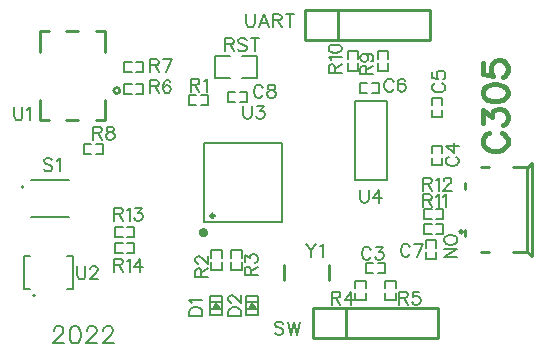
<source format=gto>
G04 Layer: TopSilkscreenLayer*
G04 EasyEDA v6.4.31, 2022-03-03 13:31:49*
G04 40e5de87a7664572b24e6dd0e93d503d,d021fe9ff0164b2b908f64b513dd86bf,10*
G04 Gerber Generator version 0.2*
G04 Scale: 100 percent, Rotated: No, Reflected: No *
G04 Dimensions in millimeters *
G04 leading zeros omitted , absolute positions ,4 integer and 5 decimal *
%FSLAX45Y45*%
%MOMM*%

%ADD10C,0.2540*%
%ADD11C,0.4000*%
%ADD34C,0.1524*%
%ADD35C,0.1290*%
%ADD36C,0.2000*%
%ADD37C,0.1500*%

%LPD*%
D11*
X4984241Y5674613D02*
G01*
X4964175Y5664454D01*
X4944109Y5644387D01*
X4934204Y5624576D01*
X4934204Y5584444D01*
X4944109Y5564378D01*
X4964175Y5544565D01*
X4984241Y5534405D01*
X5014213Y5524500D01*
X5064252Y5524500D01*
X5094224Y5534405D01*
X5114290Y5544565D01*
X5134102Y5564378D01*
X5144261Y5584444D01*
X5144261Y5624576D01*
X5134102Y5644387D01*
X5114290Y5664454D01*
X5094224Y5674613D01*
X4934204Y5760465D02*
G01*
X4934204Y5870447D01*
X5014213Y5810504D01*
X5014213Y5840476D01*
X5024120Y5860542D01*
X5034279Y5870447D01*
X5064252Y5880607D01*
X5084318Y5880607D01*
X5114290Y5870447D01*
X5134102Y5850381D01*
X5144261Y5820410D01*
X5144261Y5790437D01*
X5134102Y5760465D01*
X5124195Y5750560D01*
X5104129Y5740400D01*
X4934204Y6006592D02*
G01*
X4944109Y5976620D01*
X4974081Y5956554D01*
X5024120Y5946394D01*
X5054091Y5946394D01*
X5104129Y5956554D01*
X5134102Y5976620D01*
X5144261Y6006592D01*
X5144261Y6026404D01*
X5134102Y6056376D01*
X5104129Y6076442D01*
X5054091Y6086602D01*
X5024120Y6086602D01*
X4974081Y6076442D01*
X4944109Y6056376D01*
X4934204Y6026404D01*
X4934204Y6006592D01*
X4934204Y6272529D02*
G01*
X4934204Y6172454D01*
X5024120Y6162547D01*
X5014213Y6172454D01*
X5004308Y6202426D01*
X5004308Y6232397D01*
X5014213Y6262623D01*
X5034279Y6282436D01*
X5064252Y6292595D01*
X5084318Y6292595D01*
X5114290Y6282436D01*
X5134102Y6262623D01*
X5144261Y6232397D01*
X5144261Y6202426D01*
X5134102Y6172454D01*
X5124195Y6162547D01*
X5104129Y6152387D01*
D36*
X1302257Y4003547D02*
G01*
X1302257Y4010405D01*
X1309115Y4023868D01*
X1315973Y4030726D01*
X1329436Y4037584D01*
X1356868Y4037584D01*
X1370329Y4030726D01*
X1377187Y4023868D01*
X1384045Y4010405D01*
X1384045Y3996689D01*
X1377187Y3982973D01*
X1363471Y3962654D01*
X1295400Y3894328D01*
X1390904Y3894328D01*
X1476755Y4037584D02*
G01*
X1456436Y4030726D01*
X1442720Y4010405D01*
X1435862Y3976115D01*
X1435862Y3955795D01*
X1442720Y3921760D01*
X1456436Y3901186D01*
X1476755Y3894328D01*
X1490471Y3894328D01*
X1510792Y3901186D01*
X1524507Y3921760D01*
X1531365Y3955795D01*
X1531365Y3976115D01*
X1524507Y4010405D01*
X1510792Y4030726D01*
X1490471Y4037584D01*
X1476755Y4037584D01*
X1583181Y4003547D02*
G01*
X1583181Y4010405D01*
X1590039Y4023868D01*
X1596644Y4030726D01*
X1610360Y4037584D01*
X1637792Y4037584D01*
X1651254Y4030726D01*
X1658112Y4023868D01*
X1664970Y4010405D01*
X1664970Y3996689D01*
X1658112Y3982973D01*
X1644395Y3962654D01*
X1576323Y3894328D01*
X1671828Y3894328D01*
X1723644Y4003547D02*
G01*
X1723644Y4010405D01*
X1730502Y4023868D01*
X1737105Y4030726D01*
X1750821Y4037584D01*
X1778254Y4037584D01*
X1791715Y4030726D01*
X1798573Y4023868D01*
X1805431Y4010405D01*
X1805431Y3996689D01*
X1798573Y3982973D01*
X1784857Y3962654D01*
X1716786Y3894328D01*
X1812289Y3894328D01*
D34*
X3989577Y4686807D02*
G01*
X3984243Y4697221D01*
X3973829Y4707636D01*
X3963670Y4712715D01*
X3942841Y4712715D01*
X3932427Y4707636D01*
X3922013Y4697221D01*
X3916679Y4686807D01*
X3911600Y4671060D01*
X3911600Y4645152D01*
X3916679Y4629657D01*
X3922013Y4619244D01*
X3932427Y4608829D01*
X3942841Y4603750D01*
X3963670Y4603750D01*
X3973829Y4608829D01*
X3984243Y4619244D01*
X3989577Y4629657D01*
X4034281Y4712715D02*
G01*
X4091431Y4712715D01*
X4060190Y4671060D01*
X4075684Y4671060D01*
X4086097Y4665979D01*
X4091431Y4660900D01*
X4096511Y4645152D01*
X4096511Y4634737D01*
X4091431Y4619244D01*
X4081018Y4608829D01*
X4065270Y4603750D01*
X4049775Y4603750D01*
X4034281Y4608829D01*
X4028947Y4613910D01*
X4023868Y4624323D01*
X4647691Y5475478D02*
G01*
X4637277Y5470144D01*
X4626863Y5459729D01*
X4621784Y5449570D01*
X4621784Y5428742D01*
X4626863Y5418328D01*
X4637277Y5407913D01*
X4647691Y5402579D01*
X4663440Y5397500D01*
X4689347Y5397500D01*
X4704841Y5402579D01*
X4715256Y5407913D01*
X4725670Y5418328D01*
X4730750Y5428742D01*
X4730750Y5449570D01*
X4725670Y5459729D01*
X4715256Y5470144D01*
X4704841Y5475478D01*
X4621784Y5561584D02*
G01*
X4694427Y5509768D01*
X4694427Y5587745D01*
X4621784Y5561584D02*
G01*
X4730750Y5561584D01*
X4533391Y6097778D02*
G01*
X4522977Y6092444D01*
X4512563Y6082029D01*
X4507484Y6071870D01*
X4507484Y6051042D01*
X4512563Y6040628D01*
X4522977Y6030213D01*
X4533391Y6024879D01*
X4549140Y6019800D01*
X4575047Y6019800D01*
X4590541Y6024879D01*
X4600956Y6030213D01*
X4611370Y6040628D01*
X4616450Y6051042D01*
X4616450Y6071870D01*
X4611370Y6082029D01*
X4600956Y6092444D01*
X4590541Y6097778D01*
X4507484Y6194297D02*
G01*
X4507484Y6142481D01*
X4554220Y6137147D01*
X4549140Y6142481D01*
X4543806Y6157976D01*
X4543806Y6173470D01*
X4549140Y6189218D01*
X4559300Y6199631D01*
X4575047Y6204712D01*
X4585461Y6204712D01*
X4600956Y6199631D01*
X4611370Y6189218D01*
X4616450Y6173470D01*
X4616450Y6157976D01*
X4611370Y6142481D01*
X4606290Y6137147D01*
X4595875Y6132068D01*
X4180077Y6109207D02*
G01*
X4174743Y6119621D01*
X4164329Y6130036D01*
X4154170Y6135115D01*
X4133341Y6135115D01*
X4122927Y6130036D01*
X4112513Y6119621D01*
X4107179Y6109207D01*
X4102100Y6093460D01*
X4102100Y6067552D01*
X4107179Y6052057D01*
X4112513Y6041644D01*
X4122927Y6031229D01*
X4133341Y6026150D01*
X4154170Y6026150D01*
X4164329Y6031229D01*
X4174743Y6041644D01*
X4180077Y6052057D01*
X4276597Y6119621D02*
G01*
X4271518Y6130036D01*
X4255770Y6135115D01*
X4245609Y6135115D01*
X4229861Y6130036D01*
X4219447Y6114287D01*
X4214368Y6088379D01*
X4214368Y6062471D01*
X4219447Y6041644D01*
X4229861Y6031229D01*
X4245609Y6026150D01*
X4250690Y6026150D01*
X4266184Y6031229D01*
X4276597Y6041644D01*
X4281931Y6057137D01*
X4281931Y6062471D01*
X4276597Y6077965D01*
X4266184Y6088379D01*
X4250690Y6093460D01*
X4245609Y6093460D01*
X4229861Y6088379D01*
X4219447Y6077965D01*
X4214368Y6062471D01*
X4319777Y4712207D02*
G01*
X4314443Y4722621D01*
X4304029Y4733036D01*
X4293870Y4738115D01*
X4273041Y4738115D01*
X4262627Y4733036D01*
X4252213Y4722621D01*
X4246879Y4712207D01*
X4241800Y4696460D01*
X4241800Y4670552D01*
X4246879Y4655057D01*
X4252213Y4644644D01*
X4262627Y4634229D01*
X4273041Y4629150D01*
X4293870Y4629150D01*
X4304029Y4634229D01*
X4314443Y4644644D01*
X4319777Y4655057D01*
X4426711Y4738115D02*
G01*
X4374895Y4629150D01*
X4354068Y4738115D02*
G01*
X4426711Y4738115D01*
X3075177Y6058407D02*
G01*
X3069843Y6068821D01*
X3059429Y6079236D01*
X3049270Y6084315D01*
X3028441Y6084315D01*
X3018027Y6079236D01*
X3007613Y6068821D01*
X3002279Y6058407D01*
X2997200Y6042660D01*
X2997200Y6016752D01*
X3002279Y6001257D01*
X3007613Y5990844D01*
X3018027Y5980429D01*
X3028441Y5975350D01*
X3049270Y5975350D01*
X3059429Y5980429D01*
X3069843Y5990844D01*
X3075177Y6001257D01*
X3135375Y6084315D02*
G01*
X3119881Y6079236D01*
X3114547Y6068821D01*
X3114547Y6058407D01*
X3119881Y6047994D01*
X3130295Y6042660D01*
X3150870Y6037579D01*
X3166618Y6032500D01*
X3177031Y6022086D01*
X3182111Y6011671D01*
X3182111Y5995923D01*
X3177031Y5985510D01*
X3171697Y5980429D01*
X3156204Y5975350D01*
X3135375Y5975350D01*
X3119881Y5980429D01*
X3114547Y5985510D01*
X3109468Y5995923D01*
X3109468Y6011671D01*
X3114547Y6022086D01*
X3124961Y6032500D01*
X3140709Y6037579D01*
X3161284Y6042660D01*
X3171697Y6047994D01*
X3177031Y6058407D01*
X3177031Y6068821D01*
X3171697Y6079236D01*
X3156204Y6084315D01*
X3135375Y6084315D01*
X2463800Y6135115D02*
G01*
X2463800Y6026150D01*
X2463800Y6135115D02*
G01*
X2510536Y6135115D01*
X2526029Y6130036D01*
X2531363Y6124702D01*
X2536443Y6114287D01*
X2536443Y6103873D01*
X2531363Y6093460D01*
X2526029Y6088379D01*
X2510536Y6083300D01*
X2463800Y6083300D01*
X2500122Y6083300D02*
G01*
X2536443Y6026150D01*
X2570734Y6114287D02*
G01*
X2581147Y6119621D01*
X2596895Y6135115D01*
X2596895Y6026150D01*
X2500878Y4457710D02*
G01*
X2609844Y4457710D01*
X2500878Y4457710D02*
G01*
X2500878Y4504446D01*
X2505958Y4519940D01*
X2511292Y4525274D01*
X2521706Y4530354D01*
X2532120Y4530354D01*
X2542534Y4525274D01*
X2547614Y4519940D01*
X2552694Y4504446D01*
X2552694Y4457710D01*
X2552694Y4494032D02*
G01*
X2609844Y4530354D01*
X2526786Y4569978D02*
G01*
X2521706Y4569978D01*
X2511292Y4575058D01*
X2505958Y4580392D01*
X2500878Y4590806D01*
X2500878Y4611380D01*
X2505958Y4621794D01*
X2511292Y4627128D01*
X2521706Y4632208D01*
X2532120Y4632208D01*
X2542534Y4627128D01*
X2558028Y4616714D01*
X2609844Y4564644D01*
X2609844Y4637542D01*
X2919976Y4470410D02*
G01*
X3028942Y4470410D01*
X2919976Y4470410D02*
G01*
X2919976Y4517146D01*
X2925056Y4532640D01*
X2930390Y4537974D01*
X2940804Y4543054D01*
X2951218Y4543054D01*
X2961632Y4537974D01*
X2966712Y4532640D01*
X2971792Y4517146D01*
X2971792Y4470410D01*
X2971792Y4506732D02*
G01*
X3028942Y4543054D01*
X2919976Y4587758D02*
G01*
X2919976Y4644908D01*
X2961632Y4613920D01*
X2961632Y4629414D01*
X2966712Y4639828D01*
X2971792Y4644908D01*
X2987540Y4650242D01*
X2997954Y4650242D01*
X3013448Y4644908D01*
X3023862Y4634494D01*
X3028942Y4619000D01*
X3028942Y4603506D01*
X3023862Y4587758D01*
X3018782Y4582678D01*
X3008368Y4577344D01*
X3657600Y4331715D02*
G01*
X3657600Y4222750D01*
X3657600Y4331715D02*
G01*
X3704336Y4331715D01*
X3719829Y4326636D01*
X3725163Y4321302D01*
X3730243Y4310887D01*
X3730243Y4300473D01*
X3725163Y4290060D01*
X3719829Y4284979D01*
X3704336Y4279900D01*
X3657600Y4279900D01*
X3693922Y4279900D02*
G01*
X3730243Y4222750D01*
X3816604Y4331715D02*
G01*
X3764534Y4259071D01*
X3842511Y4259071D01*
X3816604Y4331715D02*
G01*
X3816604Y4222750D01*
X4229100Y4331715D02*
G01*
X4229100Y4222750D01*
X4229100Y4331715D02*
G01*
X4275836Y4331715D01*
X4291329Y4326636D01*
X4296663Y4321302D01*
X4301743Y4310887D01*
X4301743Y4300473D01*
X4296663Y4290060D01*
X4291329Y4284979D01*
X4275836Y4279900D01*
X4229100Y4279900D01*
X4265422Y4279900D02*
G01*
X4301743Y4222750D01*
X4398518Y4331715D02*
G01*
X4346447Y4331715D01*
X4341368Y4284979D01*
X4346447Y4290060D01*
X4362195Y4295394D01*
X4377690Y4295394D01*
X4393184Y4290060D01*
X4403597Y4279900D01*
X4408931Y4264152D01*
X4408931Y4253737D01*
X4403597Y4238244D01*
X4393184Y4227829D01*
X4377690Y4222750D01*
X4362195Y4222750D01*
X4346447Y4227829D01*
X4341368Y4232910D01*
X4336034Y4243323D01*
X2120900Y6122415D02*
G01*
X2120900Y6013450D01*
X2120900Y6122415D02*
G01*
X2167636Y6122415D01*
X2183129Y6117336D01*
X2188463Y6112002D01*
X2193543Y6101587D01*
X2193543Y6091173D01*
X2188463Y6080760D01*
X2183129Y6075679D01*
X2167636Y6070600D01*
X2120900Y6070600D01*
X2157222Y6070600D02*
G01*
X2193543Y6013450D01*
X2290318Y6106921D02*
G01*
X2284984Y6117336D01*
X2269490Y6122415D01*
X2259075Y6122415D01*
X2243581Y6117336D01*
X2233168Y6101587D01*
X2227834Y6075679D01*
X2227834Y6049771D01*
X2233168Y6028944D01*
X2243581Y6018529D01*
X2259075Y6013450D01*
X2264409Y6013450D01*
X2279904Y6018529D01*
X2290318Y6028944D01*
X2295397Y6044437D01*
X2295397Y6049771D01*
X2290318Y6065265D01*
X2279904Y6075679D01*
X2264409Y6080760D01*
X2259075Y6080760D01*
X2243581Y6075679D01*
X2233168Y6065265D01*
X2227834Y6049771D01*
X2120900Y6300215D02*
G01*
X2120900Y6191250D01*
X2120900Y6300215D02*
G01*
X2167636Y6300215D01*
X2183129Y6295136D01*
X2188463Y6289802D01*
X2193543Y6279387D01*
X2193543Y6268973D01*
X2188463Y6258560D01*
X2183129Y6253479D01*
X2167636Y6248400D01*
X2120900Y6248400D01*
X2157222Y6248400D02*
G01*
X2193543Y6191250D01*
X2300731Y6300215D02*
G01*
X2248661Y6191250D01*
X2227834Y6300215D02*
G01*
X2300731Y6300215D01*
X1637537Y5728715D02*
G01*
X1637537Y5619750D01*
X1637537Y5728715D02*
G01*
X1684273Y5728715D01*
X1699768Y5723636D01*
X1705102Y5718302D01*
X1710181Y5707887D01*
X1710181Y5697473D01*
X1705102Y5687060D01*
X1699768Y5681979D01*
X1684273Y5676900D01*
X1637537Y5676900D01*
X1673860Y5676900D02*
G01*
X1710181Y5619750D01*
X1770634Y5728715D02*
G01*
X1754886Y5723636D01*
X1749805Y5713221D01*
X1749805Y5702807D01*
X1754886Y5692394D01*
X1765300Y5687060D01*
X1786128Y5681979D01*
X1801621Y5676900D01*
X1812036Y5666486D01*
X1817370Y5656071D01*
X1817370Y5640323D01*
X1812036Y5629910D01*
X1806955Y5624829D01*
X1791207Y5619750D01*
X1770634Y5619750D01*
X1754886Y5624829D01*
X1749805Y5629910D01*
X1744471Y5640323D01*
X1744471Y5656071D01*
X1749805Y5666486D01*
X1760220Y5676900D01*
X1775713Y5681979D01*
X1796542Y5687060D01*
X1806955Y5692394D01*
X1812036Y5702807D01*
X1812036Y5713221D01*
X1806955Y5723636D01*
X1791207Y5728715D01*
X1770634Y5728715D01*
X3897884Y6172200D02*
G01*
X4006850Y6172200D01*
X3897884Y6172200D02*
G01*
X3897884Y6218936D01*
X3902963Y6234429D01*
X3908297Y6239763D01*
X3918711Y6244844D01*
X3929125Y6244844D01*
X3939540Y6239763D01*
X3944620Y6234429D01*
X3949700Y6218936D01*
X3949700Y6172200D01*
X3949700Y6208521D02*
G01*
X4006850Y6244844D01*
X3934206Y6346697D02*
G01*
X3949700Y6341618D01*
X3960113Y6331204D01*
X3965447Y6315710D01*
X3965447Y6310376D01*
X3960113Y6294881D01*
X3949700Y6284468D01*
X3934206Y6279134D01*
X3929125Y6279134D01*
X3913377Y6284468D01*
X3902963Y6294881D01*
X3897884Y6310376D01*
X3897884Y6315710D01*
X3902963Y6331204D01*
X3913377Y6341618D01*
X3934206Y6346697D01*
X3960113Y6346697D01*
X3986275Y6341618D01*
X4001770Y6331204D01*
X4006850Y6315710D01*
X4006850Y6305295D01*
X4001770Y6289547D01*
X3991356Y6284468D01*
X3631184Y6184900D02*
G01*
X3740150Y6184900D01*
X3631184Y6184900D02*
G01*
X3631184Y6231636D01*
X3636263Y6247129D01*
X3641597Y6252463D01*
X3652011Y6257544D01*
X3662425Y6257544D01*
X3672840Y6252463D01*
X3677920Y6247129D01*
X3683000Y6231636D01*
X3683000Y6184900D01*
X3683000Y6221221D02*
G01*
X3740150Y6257544D01*
X3652011Y6291834D02*
G01*
X3646677Y6302247D01*
X3631184Y6317995D01*
X3740150Y6317995D01*
X3631184Y6383273D02*
G01*
X3636263Y6367779D01*
X3652011Y6357365D01*
X3677920Y6352286D01*
X3693413Y6352286D01*
X3719575Y6357365D01*
X3735070Y6367779D01*
X3740150Y6383273D01*
X3740150Y6393687D01*
X3735070Y6409436D01*
X3719575Y6419850D01*
X3693413Y6424929D01*
X3677920Y6424929D01*
X3652011Y6419850D01*
X3636263Y6409436D01*
X3631184Y6393687D01*
X3631184Y6383273D01*
X4432300Y5157215D02*
G01*
X4432300Y5048250D01*
X4432300Y5157215D02*
G01*
X4479036Y5157215D01*
X4494529Y5152136D01*
X4499863Y5146802D01*
X4504943Y5136387D01*
X4504943Y5125973D01*
X4499863Y5115560D01*
X4494529Y5110479D01*
X4479036Y5105400D01*
X4432300Y5105400D01*
X4468622Y5105400D02*
G01*
X4504943Y5048250D01*
X4539234Y5136387D02*
G01*
X4549647Y5141721D01*
X4565395Y5157215D01*
X4565395Y5048250D01*
X4599686Y5136387D02*
G01*
X4610100Y5141721D01*
X4625593Y5157215D01*
X4625593Y5048250D01*
X4432300Y5296915D02*
G01*
X4432300Y5187950D01*
X4432300Y5296915D02*
G01*
X4479036Y5296915D01*
X4494529Y5291836D01*
X4499863Y5286502D01*
X4504943Y5276087D01*
X4504943Y5265673D01*
X4499863Y5255260D01*
X4494529Y5250179D01*
X4479036Y5245100D01*
X4432300Y5245100D01*
X4468622Y5245100D02*
G01*
X4504943Y5187950D01*
X4539234Y5276087D02*
G01*
X4549647Y5281421D01*
X4565395Y5296915D01*
X4565395Y5187950D01*
X4604765Y5271007D02*
G01*
X4604765Y5276087D01*
X4610100Y5286502D01*
X4615179Y5291836D01*
X4625593Y5296915D01*
X4646422Y5296915D01*
X4656836Y5291836D01*
X4661915Y5286502D01*
X4667250Y5276087D01*
X4667250Y5265673D01*
X4661915Y5255260D01*
X4651502Y5239765D01*
X4599686Y5187950D01*
X4672329Y5187950D01*
X1816100Y5042915D02*
G01*
X1816100Y4933950D01*
X1816100Y5042915D02*
G01*
X1862836Y5042915D01*
X1878329Y5037836D01*
X1883663Y5032502D01*
X1888744Y5022087D01*
X1888744Y5011673D01*
X1883663Y5001260D01*
X1878329Y4996179D01*
X1862836Y4991100D01*
X1816100Y4991100D01*
X1852421Y4991100D02*
G01*
X1888744Y4933950D01*
X1923034Y5022087D02*
G01*
X1933447Y5027421D01*
X1949195Y5042915D01*
X1949195Y4933950D01*
X1993900Y5042915D02*
G01*
X2051050Y5042915D01*
X2019808Y5001260D01*
X2035302Y5001260D01*
X2045715Y4996179D01*
X2051050Y4991100D01*
X2056129Y4975352D01*
X2056129Y4964937D01*
X2051050Y4949444D01*
X2040636Y4939029D01*
X2024888Y4933950D01*
X2009393Y4933950D01*
X1993900Y4939029D01*
X1988565Y4944110D01*
X1983486Y4954523D01*
X1816100Y4611115D02*
G01*
X1816100Y4502150D01*
X1816100Y4611115D02*
G01*
X1862836Y4611115D01*
X1878329Y4606036D01*
X1883663Y4600702D01*
X1888744Y4590287D01*
X1888744Y4579873D01*
X1883663Y4569460D01*
X1878329Y4564379D01*
X1862836Y4559300D01*
X1816100Y4559300D01*
X1852421Y4559300D02*
G01*
X1888744Y4502150D01*
X1923034Y4590287D02*
G01*
X1933447Y4595621D01*
X1949195Y4611115D01*
X1949195Y4502150D01*
X2035302Y4611115D02*
G01*
X1983486Y4538471D01*
X2061209Y4538471D01*
X2035302Y4611115D02*
G01*
X2035302Y4502150D01*
X2450084Y4127449D02*
G01*
X2559050Y4127449D01*
X2450084Y4127449D02*
G01*
X2450084Y4163771D01*
X2455163Y4179519D01*
X2465577Y4189933D01*
X2475991Y4195013D01*
X2491740Y4200347D01*
X2517647Y4200347D01*
X2533141Y4195013D01*
X2543556Y4189933D01*
X2553970Y4179519D01*
X2559050Y4163771D01*
X2559050Y4127449D01*
X2470911Y4234637D02*
G01*
X2465577Y4244797D01*
X2450084Y4260545D01*
X2559050Y4260545D01*
X2780284Y4127500D02*
G01*
X2889250Y4127500D01*
X2780284Y4127500D02*
G01*
X2780284Y4163821D01*
X2785363Y4179570D01*
X2795777Y4189729D01*
X2806191Y4195063D01*
X2821940Y4200144D01*
X2847847Y4200144D01*
X2863341Y4195063D01*
X2873756Y4189729D01*
X2884170Y4179570D01*
X2889250Y4163821D01*
X2889250Y4127500D01*
X2806191Y4239768D02*
G01*
X2801111Y4239768D01*
X2790697Y4244847D01*
X2785363Y4250181D01*
X2780284Y4260595D01*
X2780284Y4281170D01*
X2785363Y4291584D01*
X2790697Y4296918D01*
X2801111Y4301997D01*
X2811525Y4301997D01*
X2821940Y4296918D01*
X2837434Y4286504D01*
X2889250Y4234434D01*
X2889250Y4307331D01*
X4609084Y4622800D02*
G01*
X4718050Y4622800D01*
X4609084Y4622800D02*
G01*
X4718050Y4695444D01*
X4609084Y4695444D02*
G01*
X4718050Y4695444D01*
X4609084Y4760976D02*
G01*
X4614163Y4750562D01*
X4624577Y4740147D01*
X4634991Y4735068D01*
X4650740Y4729734D01*
X4676647Y4729734D01*
X4692141Y4735068D01*
X4702556Y4740147D01*
X4712970Y4750562D01*
X4718050Y4760976D01*
X4718050Y4781804D01*
X4712970Y4792218D01*
X4702556Y4802631D01*
X4692141Y4807712D01*
X4676647Y4813045D01*
X4650740Y4813045D01*
X4634991Y4807712D01*
X4624577Y4802631D01*
X4614163Y4792218D01*
X4609084Y4781804D01*
X4609084Y4760976D01*
X1291831Y5446521D02*
G01*
X1281417Y5456936D01*
X1265923Y5462015D01*
X1245095Y5462015D01*
X1229601Y5456936D01*
X1219187Y5446521D01*
X1219187Y5436107D01*
X1224267Y5425694D01*
X1229601Y5420360D01*
X1240015Y5415279D01*
X1271257Y5404865D01*
X1281417Y5399786D01*
X1286751Y5394452D01*
X1291831Y5384037D01*
X1291831Y5368544D01*
X1281417Y5358129D01*
X1265923Y5353050D01*
X1245095Y5353050D01*
X1229601Y5358129D01*
X1219187Y5368544D01*
X1326121Y5441187D02*
G01*
X1336535Y5446521D01*
X1352283Y5462015D01*
X1352283Y5353050D01*
X965200Y5893815D02*
G01*
X965200Y5815837D01*
X970279Y5800344D01*
X980694Y5789929D01*
X996442Y5784850D01*
X1006855Y5784850D01*
X1022350Y5789929D01*
X1032763Y5800344D01*
X1037844Y5815837D01*
X1037844Y5893815D01*
X1072134Y5872987D02*
G01*
X1082547Y5878321D01*
X1098295Y5893815D01*
X1098295Y5784850D01*
X1498597Y4547618D02*
G01*
X1498597Y4469640D01*
X1503677Y4454146D01*
X1514091Y4443732D01*
X1529839Y4438652D01*
X1540253Y4438652D01*
X1555747Y4443732D01*
X1566161Y4454146D01*
X1571241Y4469640D01*
X1571241Y4547618D01*
X1610865Y4521710D02*
G01*
X1610865Y4526790D01*
X1615945Y4537204D01*
X1621279Y4542538D01*
X1631693Y4547618D01*
X1652267Y4547618D01*
X1662681Y4542538D01*
X1668015Y4537204D01*
X1673095Y4526790D01*
X1673095Y4516376D01*
X1668015Y4505962D01*
X1657601Y4490468D01*
X1605531Y4438652D01*
X1678429Y4438652D01*
X2908300Y5905245D02*
G01*
X2908300Y5827268D01*
X2913379Y5811773D01*
X2923793Y5801360D01*
X2939541Y5796279D01*
X2949956Y5796279D01*
X2965450Y5801360D01*
X2975863Y5811773D01*
X2980943Y5827268D01*
X2980943Y5905245D01*
X3025647Y5905245D02*
G01*
X3082797Y5905245D01*
X3051809Y5863589D01*
X3067304Y5863589D01*
X3077718Y5858510D01*
X3082797Y5853429D01*
X3088131Y5837681D01*
X3088131Y5827268D01*
X3082797Y5811773D01*
X3072384Y5801360D01*
X3056890Y5796279D01*
X3041395Y5796279D01*
X3025647Y5801360D01*
X3020568Y5806439D01*
X3015234Y5816854D01*
X3898900Y5195315D02*
G01*
X3898900Y5117337D01*
X3903979Y5101844D01*
X3914393Y5091429D01*
X3930141Y5086350D01*
X3940556Y5086350D01*
X3956050Y5091429D01*
X3966463Y5101844D01*
X3971543Y5117337D01*
X3971543Y5195315D01*
X4057904Y5195315D02*
G01*
X4005834Y5122671D01*
X4083811Y5122671D01*
X4057904Y5195315D02*
G01*
X4057904Y5086350D01*
X2755900Y6478015D02*
G01*
X2755900Y6369050D01*
X2755900Y6478015D02*
G01*
X2802636Y6478015D01*
X2818129Y6472936D01*
X2823463Y6467602D01*
X2828543Y6457187D01*
X2828543Y6446773D01*
X2823463Y6436360D01*
X2818129Y6431279D01*
X2802636Y6426200D01*
X2755900Y6426200D01*
X2792222Y6426200D02*
G01*
X2828543Y6369050D01*
X2935731Y6462521D02*
G01*
X2925318Y6472936D01*
X2909570Y6478015D01*
X2888995Y6478015D01*
X2873247Y6472936D01*
X2862834Y6462521D01*
X2862834Y6452107D01*
X2868168Y6441694D01*
X2873247Y6436360D01*
X2883661Y6431279D01*
X2914904Y6420865D01*
X2925318Y6415786D01*
X2930397Y6410452D01*
X2935731Y6400037D01*
X2935731Y6384544D01*
X2925318Y6374129D01*
X2909570Y6369050D01*
X2888995Y6369050D01*
X2873247Y6374129D01*
X2862834Y6384544D01*
X3006343Y6478015D02*
G01*
X3006343Y6369050D01*
X2970022Y6478015D02*
G01*
X3042665Y6478015D01*
X3441700Y4738115D02*
G01*
X3483356Y4686300D01*
X3483356Y4629150D01*
X3524758Y4738115D02*
G01*
X3483356Y4686300D01*
X3559047Y4717287D02*
G01*
X3569461Y4722621D01*
X3585209Y4738115D01*
X3585209Y4629150D01*
X3247643Y4062221D02*
G01*
X3237229Y4072636D01*
X3221736Y4077715D01*
X3200908Y4077715D01*
X3185413Y4072636D01*
X3175000Y4062221D01*
X3175000Y4051807D01*
X3180079Y4041394D01*
X3185413Y4036060D01*
X3195827Y4030979D01*
X3227070Y4020565D01*
X3237229Y4015486D01*
X3242563Y4010152D01*
X3247643Y3999737D01*
X3247643Y3984244D01*
X3237229Y3973829D01*
X3221736Y3968750D01*
X3200908Y3968750D01*
X3185413Y3973829D01*
X3175000Y3984244D01*
X3281934Y4077715D02*
G01*
X3308095Y3968750D01*
X3334004Y4077715D02*
G01*
X3308095Y3968750D01*
X3334004Y4077715D02*
G01*
X3359911Y3968750D01*
X3385820Y4077715D02*
G01*
X3359911Y3968750D01*
X2933700Y6681215D02*
G01*
X2933700Y6603237D01*
X2938779Y6587744D01*
X2949193Y6577329D01*
X2964941Y6572250D01*
X2975356Y6572250D01*
X2990850Y6577329D01*
X3001263Y6587744D01*
X3006343Y6603237D01*
X3006343Y6681215D01*
X3082290Y6681215D02*
G01*
X3040634Y6572250D01*
X3082290Y6681215D02*
G01*
X3123945Y6572250D01*
X3056381Y6608571D02*
G01*
X3108197Y6608571D01*
X3158236Y6681215D02*
G01*
X3158236Y6572250D01*
X3158236Y6681215D02*
G01*
X3204972Y6681215D01*
X3220465Y6676136D01*
X3225800Y6670802D01*
X3230879Y6660387D01*
X3230879Y6649973D01*
X3225800Y6639560D01*
X3220465Y6634479D01*
X3204972Y6629400D01*
X3158236Y6629400D01*
X3194558Y6629400D02*
G01*
X3230879Y6572250D01*
X3301491Y6681215D02*
G01*
X3301491Y6572250D01*
X3265170Y6681215D02*
G01*
X3337813Y6681215D01*
X4044441Y4490720D02*
G01*
X4107941Y4490720D01*
X4107941Y4577079D01*
X4054602Y4577079D01*
X4044441Y4577079D01*
X4006341Y4577079D02*
G01*
X3945381Y4577079D01*
X3945381Y4490720D01*
X3998722Y4490720D01*
X4006341Y4490720D01*
X4503420Y5467857D02*
G01*
X4503420Y5404357D01*
X4589779Y5404357D01*
X4589779Y5457697D01*
X4589779Y5467857D01*
X4589779Y5505957D02*
G01*
X4589779Y5566918D01*
X4503420Y5566918D01*
X4503420Y5513578D01*
X4503420Y5505957D01*
X4589779Y5911342D02*
G01*
X4589779Y5974842D01*
X4503420Y5974842D01*
X4503420Y5921502D01*
X4503420Y5911342D01*
X4503420Y5873242D02*
G01*
X4503420Y5812281D01*
X4589779Y5812281D01*
X4589779Y5865621D01*
X4589779Y5873242D01*
X3993641Y6014720D02*
G01*
X4057141Y6014720D01*
X4057141Y6101079D01*
X4003802Y6101079D01*
X3993641Y6101079D01*
X3955541Y6101079D02*
G01*
X3894581Y6101079D01*
X3894581Y6014720D01*
X3947922Y6014720D01*
X3955541Y6014720D01*
X4538979Y4704842D02*
G01*
X4538979Y4768342D01*
X4452620Y4768342D01*
X4452620Y4715002D01*
X4452620Y4704842D01*
X4452620Y4666742D02*
G01*
X4452620Y4605781D01*
X4538979Y4605781D01*
X4538979Y4659121D01*
X4538979Y4666742D01*
X2838958Y6024879D02*
G01*
X2775458Y6024879D01*
X2775458Y5938520D01*
X2828797Y5938520D01*
X2838958Y5938520D01*
X2877058Y5938520D02*
G01*
X2938018Y5938520D01*
X2938018Y6024879D01*
X2884677Y6024879D01*
X2877058Y6024879D01*
X2508758Y5999479D02*
G01*
X2445258Y5999479D01*
X2445258Y5913120D01*
X2498597Y5913120D01*
X2508758Y5913120D01*
X2546858Y5913120D02*
G01*
X2607818Y5913120D01*
X2607818Y5999479D01*
X2554477Y5999479D01*
X2546858Y5999479D01*
X2723179Y4618542D02*
G01*
X2723179Y4682042D01*
X2636819Y4682042D01*
X2636819Y4628702D01*
X2636819Y4618542D01*
X2636819Y4580442D02*
G01*
X2636819Y4519482D01*
X2723179Y4519482D01*
X2723179Y4572822D01*
X2723179Y4580442D01*
X2893179Y4618542D02*
G01*
X2893179Y4682042D01*
X2806819Y4682042D01*
X2806819Y4628702D01*
X2806819Y4618542D01*
X2806819Y4580442D02*
G01*
X2806819Y4519482D01*
X2893179Y4519482D01*
X2893179Y4572822D01*
X2893179Y4580442D01*
X3855720Y4324857D02*
G01*
X3855720Y4261357D01*
X3942079Y4261357D01*
X3942079Y4314697D01*
X3942079Y4324857D01*
X3942079Y4362957D02*
G01*
X3942079Y4423918D01*
X3855720Y4423918D01*
X3855720Y4370578D01*
X3855720Y4362957D01*
X4109720Y4324857D02*
G01*
X4109720Y4261357D01*
X4196079Y4261357D01*
X4196079Y4314697D01*
X4196079Y4324857D01*
X4196079Y4362957D02*
G01*
X4196079Y4423918D01*
X4109720Y4423918D01*
X4109720Y4370578D01*
X4109720Y4362957D01*
X1962658Y6088379D02*
G01*
X1899157Y6088379D01*
X1899157Y6002020D01*
X1952497Y6002020D01*
X1962658Y6002020D01*
X2000758Y6002020D02*
G01*
X2061718Y6002020D01*
X2061718Y6088379D01*
X2008377Y6088379D01*
X2000758Y6088379D01*
X1962658Y6278879D02*
G01*
X1899157Y6278879D01*
X1899157Y6192520D01*
X1952497Y6192520D01*
X1962658Y6192520D01*
X2000758Y6192520D02*
G01*
X2061718Y6192520D01*
X2061718Y6278879D01*
X2008377Y6278879D01*
X2000758Y6278879D01*
X1619757Y5580379D02*
G01*
X1556257Y5580379D01*
X1556257Y5494020D01*
X1609597Y5494020D01*
X1619757Y5494020D01*
X1657857Y5494020D02*
G01*
X1718818Y5494020D01*
X1718818Y5580379D01*
X1665478Y5580379D01*
X1657857Y5580379D01*
X4046220Y6267957D02*
G01*
X4046220Y6204457D01*
X4132579Y6204457D01*
X4132579Y6257797D01*
X4132579Y6267957D01*
X4132579Y6306057D02*
G01*
X4132579Y6367018D01*
X4046220Y6367018D01*
X4046220Y6313678D01*
X4046220Y6306057D01*
X3792220Y6267957D02*
G01*
X3792220Y6204457D01*
X3878579Y6204457D01*
X3878579Y6257797D01*
X3878579Y6267957D01*
X3878579Y6306057D02*
G01*
X3878579Y6367018D01*
X3792220Y6367018D01*
X3792220Y6313678D01*
X3792220Y6306057D01*
X4502658Y4907279D02*
G01*
X4439158Y4907279D01*
X4439158Y4820920D01*
X4492497Y4820920D01*
X4502658Y4820920D01*
X4540758Y4820920D02*
G01*
X4601718Y4820920D01*
X4601718Y4907279D01*
X4548377Y4907279D01*
X4540758Y4907279D01*
X4502658Y5034279D02*
G01*
X4439158Y5034279D01*
X4439158Y4947920D01*
X4492497Y4947920D01*
X4502658Y4947920D01*
X4540758Y4947920D02*
G01*
X4601718Y4947920D01*
X4601718Y5034279D01*
X4548377Y5034279D01*
X4540758Y5034279D01*
X1886457Y4881879D02*
G01*
X1822957Y4881879D01*
X1822957Y4795520D01*
X1876297Y4795520D01*
X1886457Y4795520D01*
X1924557Y4795520D02*
G01*
X1985518Y4795520D01*
X1985518Y4881879D01*
X1932177Y4881879D01*
X1924557Y4881879D01*
X1886457Y4742179D02*
G01*
X1822957Y4742179D01*
X1822957Y4655820D01*
X1876297Y4655820D01*
X1886457Y4655820D01*
X1924557Y4655820D02*
G01*
X1985518Y4655820D01*
X1985518Y4742179D01*
X1932177Y4742179D01*
X1924557Y4742179D01*
D35*
X2730799Y4246879D02*
G01*
X2629199Y4246879D01*
X2629199Y4185920D02*
G01*
X2730799Y4185920D01*
X2690159Y4216400D02*
G01*
X2669839Y4216400D01*
X2659679Y4206239D02*
G01*
X2700319Y4206239D01*
X2700319Y4206239D02*
G01*
X2679999Y4226560D01*
X2679999Y4226560D02*
G01*
X2659679Y4206239D01*
X2629199Y4135120D02*
G01*
X2629199Y4297679D01*
X2629199Y4297679D02*
G01*
X2730799Y4297679D01*
X2730799Y4297679D02*
G01*
X2730799Y4135120D01*
X2730799Y4135120D02*
G01*
X2629199Y4135120D01*
X3035300Y4246879D02*
G01*
X2933700Y4246879D01*
X2933700Y4185920D02*
G01*
X3035300Y4185920D01*
X2994659Y4216400D02*
G01*
X2974340Y4216400D01*
X2964179Y4206239D02*
G01*
X3004820Y4206239D01*
X3004820Y4206239D02*
G01*
X2984500Y4226560D01*
X2984500Y4226560D02*
G01*
X2964179Y4206239D01*
X2933700Y4135120D02*
G01*
X2933700Y4297679D01*
X2933700Y4297679D02*
G01*
X3035300Y4297679D01*
X3035300Y4297679D02*
G01*
X3035300Y4135120D01*
X3035300Y4135120D02*
G01*
X2933700Y4135120D01*
D10*
X5309001Y4670204D02*
G01*
X5309001Y5389201D01*
X5300002Y5389201D02*
G01*
X5316001Y5389201D01*
X5349001Y5422201D01*
X5291002Y4670204D02*
G01*
X5309001Y4670204D01*
X5349001Y4630204D01*
X5349001Y5422201D01*
X5190144Y4670204D02*
G01*
X5291002Y4670204D01*
X4917622Y4670204D02*
G01*
X4984856Y4670204D01*
X5189557Y5389201D02*
G01*
X5300002Y5389201D01*
X4917617Y5389201D02*
G01*
X4985448Y5389201D01*
X4786002Y5202316D02*
G01*
X4786002Y5256202D01*
X4786002Y4802317D02*
G01*
X4786002Y4856088D01*
D34*
X1112367Y5275719D02*
G01*
X1427606Y5275719D01*
X1112367Y4960480D02*
G01*
X1427606Y4960480D01*
D10*
X1661160Y5783579D02*
G01*
X1734820Y5783579D01*
X1734820Y5958839D01*
X1259839Y5783579D02*
G01*
X1186179Y5783579D01*
X1186179Y5958839D01*
X1186179Y6360160D02*
G01*
X1186179Y6535420D01*
X1259839Y6535420D01*
X1661160Y6535420D02*
G01*
X1734820Y6535420D01*
X1734820Y6360160D01*
X1409700Y5783579D02*
G01*
X1511300Y5783579D01*
X1409700Y6535420D02*
G01*
X1511300Y6535420D01*
D34*
X1101453Y4353179D02*
G01*
X1049677Y4353179D01*
X1049677Y4638420D01*
X1101453Y4638420D01*
X1413146Y4353179D02*
G01*
X1464922Y4353179D01*
X1464922Y4638420D01*
X1413146Y4638420D01*
D36*
X2618740Y5591810D02*
G01*
X3238500Y5591810D01*
X3238500Y4926329D01*
X2575559Y4926329D01*
X2575559Y5591810D01*
X2651759Y5591810D01*
D34*
X3850660Y5280779D02*
G01*
X3850660Y5946020D01*
X4124939Y5946020D01*
X4124939Y5280779D01*
X3850660Y5280779D01*
X2892419Y6143990D02*
G01*
X3020913Y6143990D01*
X3020913Y6327409D01*
X2892419Y6327409D01*
X2797180Y6143990D02*
G01*
X2668686Y6143990D01*
X2668686Y6327409D01*
X2797180Y6327409D01*
D10*
X3629659Y4561839D02*
G01*
X3629659Y4432300D01*
X3253740Y4432300D02*
G01*
X3253740Y4561839D01*
X4554900Y4191000D02*
G01*
X4554900Y3937000D01*
X3496899Y4191000D02*
G01*
X4554900Y4191000D01*
X3774252Y4191000D02*
G01*
X3774252Y3937000D01*
X3496899Y3937000D02*
G01*
X4554900Y3937000D01*
X3496899Y4191000D02*
G01*
X3496899Y3937000D01*
X4491400Y6718300D02*
G01*
X4491400Y6464300D01*
X3433399Y6718300D02*
G01*
X4491400Y6718300D01*
X3710752Y6718300D02*
G01*
X3710752Y6464300D01*
X3433399Y6464300D02*
G01*
X4491400Y6464300D01*
X3433399Y6718300D02*
G01*
X3433399Y6464300D01*
D11*
G75*
G01*
X2569301Y4851801D02*
G03*
X2569555Y4851801I127J-19999D01*
D10*
G75*
G01
X4765167Y4839208D02*
G03X4765167Y4839208I-13157J0D01*
D36*
G75*
G01
X1048004Y5218100D02*
G03X1048004Y5218100I-10008J0D01*
D10*
G75*
G01
X1861820Y6035040D02*
G03X1861820Y6035040I-25400J0D01*
D37*
G75*
G01
X1144803Y4300804D02*
G03X1144803Y4300804I-7493J0D01*
D10*
G75*
G01
X2663342Y4974793D02*
G03X2663342Y4974793I-17043J0D01*
M02*

</source>
